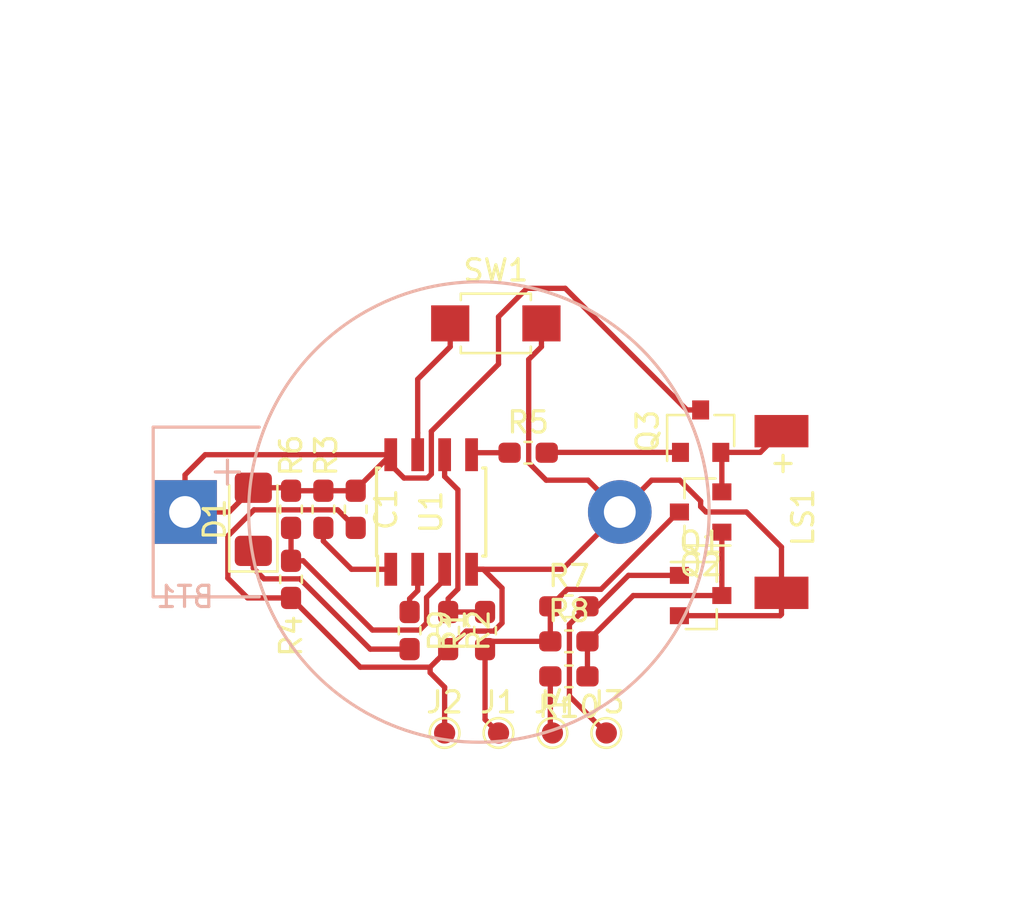
<source format=kicad_pcb>
(kicad_pcb (version 20171130) (host pcbnew 5.0.0-fee4fd1~66~ubuntu18.04.1)

  (general
    (thickness 1.6)
    (drawings 0)
    (tracks 124)
    (zones 0)
    (modules 23)
    (nets 16)
  )

  (page A4)
  (layers
    (0 F.Cu signal)
    (31 B.Cu signal)
    (32 B.Adhes user)
    (33 F.Adhes user)
    (34 B.Paste user)
    (35 F.Paste user)
    (36 B.SilkS user)
    (37 F.SilkS user)
    (38 B.Mask user)
    (39 F.Mask user)
    (40 Dwgs.User user)
    (41 Cmts.User user)
    (42 Eco1.User user)
    (43 Eco2.User user)
    (44 Edge.Cuts user)
    (45 Margin user)
    (46 B.CrtYd user)
    (47 F.CrtYd user)
    (48 B.Fab user)
    (49 F.Fab user)
  )

  (setup
    (last_trace_width 0.25)
    (trace_clearance 0.2)
    (zone_clearance 0.508)
    (zone_45_only no)
    (trace_min 0.2)
    (segment_width 0.2)
    (edge_width 0.1)
    (via_size 0.8)
    (via_drill 0.4)
    (via_min_size 0.4)
    (via_min_drill 0.3)
    (uvia_size 0.3)
    (uvia_drill 0.1)
    (uvias_allowed no)
    (uvia_min_size 0.2)
    (uvia_min_drill 0.1)
    (pcb_text_width 0.3)
    (pcb_text_size 1.5 1.5)
    (mod_edge_width 0.15)
    (mod_text_size 1 1)
    (mod_text_width 0.15)
    (pad_size 1.5 1.5)
    (pad_drill 0.6)
    (pad_to_mask_clearance 0)
    (aux_axis_origin 0 0)
    (visible_elements FFFFFF7F)
    (pcbplotparams
      (layerselection 0x010fc_ffffffff)
      (usegerberextensions false)
      (usegerberattributes false)
      (usegerberadvancedattributes false)
      (creategerberjobfile false)
      (excludeedgelayer true)
      (linewidth 0.100000)
      (plotframeref false)
      (viasonmask false)
      (mode 1)
      (useauxorigin false)
      (hpglpennumber 1)
      (hpglpenspeed 20)
      (hpglpendiameter 15.000000)
      (psnegative false)
      (psa4output false)
      (plotreference true)
      (plotvalue true)
      (plotinvisibletext false)
      (padsonsilk false)
      (subtractmaskfromsilk false)
      (outputformat 1)
      (mirror false)
      (drillshape 1)
      (scaleselection 1)
      (outputdirectory ""))
  )

  (net 0 "")
  (net 1 GND)
  (net 2 +BATT)
  (net 3 "Net-(D1-Pad1)")
  (net 4 +5V)
  (net 5 "Net-(J3-Pad1)")
  (net 6 "Net-(J4-Pad1)")
  (net 7 /Speaker)
  (net 8 "Net-(Q1-Pad3)")
  (net 9 /Beeper)
  (net 10 /Sense)
  (net 11 /Batt-Sense)
  (net 12 "Net-(R5-Pad1)")
  (net 13 "Net-(R6-Pad1)")
  (net 14 /LED)
  (net 15 /Button)

  (net_class Default "This is the default net class."
    (clearance 0.2)
    (trace_width 0.25)
    (via_dia 0.8)
    (via_drill 0.4)
    (uvia_dia 0.3)
    (uvia_drill 0.1)
    (add_net +5V)
    (add_net +BATT)
    (add_net /Batt-Sense)
    (add_net /Beeper)
    (add_net /Button)
    (add_net /LED)
    (add_net /Sense)
    (add_net /Speaker)
    (add_net GND)
    (add_net "Net-(D1-Pad1)")
    (add_net "Net-(J3-Pad1)")
    (add_net "Net-(J4-Pad1)")
    (add_net "Net-(Q1-Pad3)")
    (add_net "Net-(R5-Pad1)")
    (add_net "Net-(R6-Pad1)")
  )

  (module Battery:BatteryHolder_Keystone_104_1x23mm (layer B.Cu) (tedit 5B6F6F73) (tstamp 5BA185A0)
    (at 105.24 77.47)
    (descr http://www.keyelco.com/product-pdf.cfm?p=744)
    (tags "Keystone type 104 battery holder")
    (path /5B4E4967)
    (fp_text reference BT1 (at 0 4) (layer B.SilkS)
      (effects (font (size 1 1) (thickness 0.15)) (justify mirror))
    )
    (fp_text value Battery_Cell (at 15 -14) (layer B.Fab)
      (effects (font (size 1 1) (thickness 0.15)) (justify mirror))
    )
    (fp_text user + (at 2 -2) (layer B.SilkS)
      (effects (font (size 1.5 1.5) (thickness 0.15)) (justify mirror))
    )
    (fp_text user %R (at 0 0) (layer B.Fab)
      (effects (font (size 1 1) (thickness 0.15)) (justify mirror))
    )
    (fp_line (start 0 1.3) (end 0 -1.3) (layer B.Fab) (width 0.1))
    (fp_circle (center 13.85 0) (end 24.7 0) (layer B.SilkS) (width 0.15))
    (fp_line (start -1.5 0) (end -1.5 -4) (layer B.SilkS) (width 0.15))
    (fp_line (start -1.5 -4) (end 3.5 -4) (layer B.SilkS) (width 0.15))
    (fp_line (start -1.5 0) (end -1.5 4) (layer B.SilkS) (width 0.15))
    (fp_line (start -1.5 4) (end 3.5 4) (layer B.SilkS) (width 0.15))
    (pad 2 thru_hole circle (at 20.49 0) (size 3 3) (drill 1.5) (layers *.Cu *.Mask)
      (net 1 GND))
    (pad 1 thru_hole rect (at 0 0) (size 3 3) (drill 1.5) (layers *.Cu *.Mask)
      (net 2 +BATT))
    (model ${KISYS3DMOD}/Battery.3dshapes/BatteryHolder_Keystone_104_1x23mm.wrl
      (at (xyz 0 0 0))
      (scale (xyz 1 1 1))
      (rotate (xyz 0 0 0))
    )
  )

  (module LED_SMD:LED_1206_3216Metric_Pad1.42x1.75mm_HandSolder (layer F.Cu) (tedit 5B4B45C9) (tstamp 5BA185C4)
    (at 108.458 77.8145 90)
    (descr "LED SMD 1206 (3216 Metric), square (rectangular) end terminal, IPC_7351 nominal, (Body size source: http://www.tortai-tech.com/upload/download/2011102023233369053.pdf), generated with kicad-footprint-generator")
    (tags "LED handsolder")
    (path /5B4E7C9C)
    (attr smd)
    (fp_text reference D1 (at 0 -1.82 90) (layer F.SilkS)
      (effects (font (size 1 1) (thickness 0.15)))
    )
    (fp_text value LED (at 3.6465 0.127 90) (layer F.Fab)
      (effects (font (size 1 1) (thickness 0.15)))
    )
    (fp_line (start 1.6 -0.8) (end -1.2 -0.8) (layer F.Fab) (width 0.1))
    (fp_line (start -1.2 -0.8) (end -1.6 -0.4) (layer F.Fab) (width 0.1))
    (fp_line (start -1.6 -0.4) (end -1.6 0.8) (layer F.Fab) (width 0.1))
    (fp_line (start -1.6 0.8) (end 1.6 0.8) (layer F.Fab) (width 0.1))
    (fp_line (start 1.6 0.8) (end 1.6 -0.8) (layer F.Fab) (width 0.1))
    (fp_line (start 1.6 -1.135) (end -2.46 -1.135) (layer F.SilkS) (width 0.12))
    (fp_line (start -2.46 -1.135) (end -2.46 1.135) (layer F.SilkS) (width 0.12))
    (fp_line (start -2.46 1.135) (end 1.6 1.135) (layer F.SilkS) (width 0.12))
    (fp_line (start -2.45 1.12) (end -2.45 -1.12) (layer F.CrtYd) (width 0.05))
    (fp_line (start -2.45 -1.12) (end 2.45 -1.12) (layer F.CrtYd) (width 0.05))
    (fp_line (start 2.45 -1.12) (end 2.45 1.12) (layer F.CrtYd) (width 0.05))
    (fp_line (start 2.45 1.12) (end -2.45 1.12) (layer F.CrtYd) (width 0.05))
    (fp_text user %R (at 0 0 90) (layer F.Fab)
      (effects (font (size 0.8 0.8) (thickness 0.12)))
    )
    (pad 1 smd roundrect (at -1.4875 0 90) (size 1.425 1.75) (layers F.Cu F.Paste F.Mask) (roundrect_rratio 0.175439)
      (net 3 "Net-(D1-Pad1)"))
    (pad 2 smd roundrect (at 1.4875 0 90) (size 1.425 1.75) (layers F.Cu F.Paste F.Mask) (roundrect_rratio 0.175439)
      (net 2 +BATT))
    (model ${KISYS3DMOD}/LED_SMD.3dshapes/LED_1206_3216Metric.wrl
      (at (xyz 0 0 0))
      (scale (xyz 1 1 1))
      (rotate (xyz 0 0 0))
    )
  )

  (module TestPoint:TestPoint_Pad_D1.0mm (layer F.Cu) (tedit 5A0F774F) (tstamp 5BA185CC)
    (at 120.015 87.884)
    (descr "SMD pad as test Point, diameter 1.0mm")
    (tags "test point SMD pad")
    (path /5B4E4AE2)
    (attr virtual)
    (fp_text reference J1 (at 0 -1.448) (layer F.SilkS)
      (effects (font (size 1 1) (thickness 0.15)))
    )
    (fp_text value 5V_Copter (at 0 1.55) (layer F.Fab)
      (effects (font (size 1 1) (thickness 0.15)))
    )
    (fp_text user %R (at 0 -1.45) (layer F.Fab)
      (effects (font (size 1 1) (thickness 0.15)))
    )
    (fp_circle (center 0 0) (end 1 0) (layer F.CrtYd) (width 0.05))
    (fp_circle (center 0 0) (end 0 0.7) (layer F.SilkS) (width 0.12))
    (pad 1 smd circle (at 0 0) (size 1 1) (layers F.Cu F.Mask)
      (net 4 +5V))
  )

  (module TestPoint:TestPoint_Pad_D1.0mm (layer F.Cu) (tedit 5A0F774F) (tstamp 5BA185D4)
    (at 117.475 87.884)
    (descr "SMD pad as test Point, diameter 1.0mm")
    (tags "test point SMD pad")
    (path /5B4E4B3B)
    (attr virtual)
    (fp_text reference J2 (at 0 -1.448) (layer F.SilkS)
      (effects (font (size 1 1) (thickness 0.15)))
    )
    (fp_text value Ground (at 0 1.55) (layer F.Fab)
      (effects (font (size 1 1) (thickness 0.15)))
    )
    (fp_circle (center 0 0) (end 0 0.7) (layer F.SilkS) (width 0.12))
    (fp_circle (center 0 0) (end 1 0) (layer F.CrtYd) (width 0.05))
    (fp_text user %R (at 0 -1.45) (layer F.Fab)
      (effects (font (size 1 1) (thickness 0.15)))
    )
    (pad 1 smd circle (at 0 0) (size 1 1) (layers F.Cu F.Mask)
      (net 1 GND))
  )

  (module TestPoint:TestPoint_Pad_D1.0mm (layer F.Cu) (tedit 5A0F774F) (tstamp 5BA185DC)
    (at 125.095 87.884)
    (descr "SMD pad as test Point, diameter 1.0mm")
    (tags "test point SMD pad")
    (path /5B702E44)
    (attr virtual)
    (fp_text reference J3 (at 0 -1.448) (layer F.SilkS)
      (effects (font (size 1 1) (thickness 0.15)))
    )
    (fp_text value FC.Beeper- (at 0 1.55) (layer F.Fab)
      (effects (font (size 1 1) (thickness 0.15)))
    )
    (fp_circle (center 0 0) (end 0 0.7) (layer F.SilkS) (width 0.12))
    (fp_circle (center 0 0) (end 1 0) (layer F.CrtYd) (width 0.05))
    (fp_text user %R (at 0 -1.45) (layer F.Fab)
      (effects (font (size 1 1) (thickness 0.15)))
    )
    (pad 1 smd circle (at 0 0) (size 1 1) (layers F.Cu F.Mask)
      (net 5 "Net-(J3-Pad1)"))
  )

  (module TestPoint:TestPoint_Pad_D1.0mm (layer F.Cu) (tedit 5A0F774F) (tstamp 5BA185E4)
    (at 122.555 87.884)
    (descr "SMD pad as test Point, diameter 1.0mm")
    (tags "test point SMD pad")
    (path /5B714FFC)
    (attr virtual)
    (fp_text reference J4 (at 0 -1.448) (layer F.SilkS)
      (effects (font (size 1 1) (thickness 0.15)))
    )
    (fp_text value FC.Beeper+ (at 0 1.55) (layer F.Fab)
      (effects (font (size 1 1) (thickness 0.15)))
    )
    (fp_text user %R (at 0 -1.45) (layer F.Fab)
      (effects (font (size 1 1) (thickness 0.15)))
    )
    (fp_circle (center 0 0) (end 1 0) (layer F.CrtYd) (width 0.05))
    (fp_circle (center 0 0) (end 0 0.7) (layer F.SilkS) (width 0.12))
    (pad 1 smd circle (at 0 0) (size 1 1) (layers F.Cu F.Mask)
      (net 6 "Net-(J4-Pad1)"))
  )

  (module custom:Beeper (layer F.Cu) (tedit 5B6F63FA) (tstamp 5BA185EB)
    (at 133.35 77.47 90)
    (path /5B4E769C)
    (fp_text reference LS1 (at -0.254 1.016 90) (layer F.SilkS)
      (effects (font (size 1 1) (thickness 0.15)))
    )
    (fp_text value Speaker (at 0 -1.016 90) (layer F.Fab)
      (effects (font (size 1 1) (thickness 0.15)))
    )
    (fp_text user + (at 2.286 0 90) (layer F.SilkS)
      (effects (font (size 1 1) (thickness 0.15)))
    )
    (pad 1 smd rect (at 3.81 0 90) (size 1.524 2.54) (layers F.Cu F.Paste F.Mask)
      (net 7 /Speaker))
    (pad 2 smd rect (at -3.81 0 90) (size 1.524 2.54) (layers F.Cu F.Paste F.Mask)
      (net 1 GND))
  )

  (module Package_TO_SOT_SMD:SOT-23 (layer F.Cu) (tedit 5A02FF57) (tstamp 5BA18600)
    (at 129.54 81.407)
    (descr "SOT-23, Standard")
    (tags SOT-23)
    (path /5B701CC6)
    (attr smd)
    (fp_text reference Q1 (at 0 -2.5) (layer F.SilkS)
      (effects (font (size 1 1) (thickness 0.15)))
    )
    (fp_text value MMBT3904 (at 0 2.5) (layer F.Fab)
      (effects (font (size 1 1) (thickness 0.15)))
    )
    (fp_text user %R (at 0 0 90) (layer F.Fab)
      (effects (font (size 0.5 0.5) (thickness 0.075)))
    )
    (fp_line (start -0.7 -0.95) (end -0.7 1.5) (layer F.Fab) (width 0.1))
    (fp_line (start -0.15 -1.52) (end 0.7 -1.52) (layer F.Fab) (width 0.1))
    (fp_line (start -0.7 -0.95) (end -0.15 -1.52) (layer F.Fab) (width 0.1))
    (fp_line (start 0.7 -1.52) (end 0.7 1.52) (layer F.Fab) (width 0.1))
    (fp_line (start -0.7 1.52) (end 0.7 1.52) (layer F.Fab) (width 0.1))
    (fp_line (start 0.76 1.58) (end 0.76 0.65) (layer F.SilkS) (width 0.12))
    (fp_line (start 0.76 -1.58) (end 0.76 -0.65) (layer F.SilkS) (width 0.12))
    (fp_line (start -1.7 -1.75) (end 1.7 -1.75) (layer F.CrtYd) (width 0.05))
    (fp_line (start 1.7 -1.75) (end 1.7 1.75) (layer F.CrtYd) (width 0.05))
    (fp_line (start 1.7 1.75) (end -1.7 1.75) (layer F.CrtYd) (width 0.05))
    (fp_line (start -1.7 1.75) (end -1.7 -1.75) (layer F.CrtYd) (width 0.05))
    (fp_line (start 0.76 -1.58) (end -1.4 -1.58) (layer F.SilkS) (width 0.12))
    (fp_line (start 0.76 1.58) (end -0.7 1.58) (layer F.SilkS) (width 0.12))
    (pad 1 smd rect (at -1 -0.95) (size 0.9 0.8) (layers F.Cu F.Paste F.Mask)
      (net 5 "Net-(J3-Pad1)"))
    (pad 2 smd rect (at -1 0.95) (size 0.9 0.8) (layers F.Cu F.Paste F.Mask)
      (net 1 GND))
    (pad 3 smd rect (at 1 0) (size 0.9 0.8) (layers F.Cu F.Paste F.Mask)
      (net 8 "Net-(Q1-Pad3)"))
    (model ${KISYS3DMOD}/Package_TO_SOT_SMD.3dshapes/SOT-23.wrl
      (at (xyz 0 0 0))
      (scale (xyz 1 1 1))
      (rotate (xyz 0 0 0))
    )
  )

  (module Package_TO_SOT_SMD:SOT-23 (layer F.Cu) (tedit 5A02FF57) (tstamp 5BA18615)
    (at 129.54 77.47 180)
    (descr "SOT-23, Standard")
    (tags SOT-23)
    (path /5B7175B6)
    (attr smd)
    (fp_text reference Q2 (at 0 -2.5 180) (layer F.SilkS)
      (effects (font (size 1 1) (thickness 0.15)))
    )
    (fp_text value MMBT3904 (at 0 2.5 180) (layer F.Fab)
      (effects (font (size 1 1) (thickness 0.15)))
    )
    (fp_text user %R (at 0 0 270) (layer F.Fab)
      (effects (font (size 0.5 0.5) (thickness 0.075)))
    )
    (fp_line (start -0.7 -0.95) (end -0.7 1.5) (layer F.Fab) (width 0.1))
    (fp_line (start -0.15 -1.52) (end 0.7 -1.52) (layer F.Fab) (width 0.1))
    (fp_line (start -0.7 -0.95) (end -0.15 -1.52) (layer F.Fab) (width 0.1))
    (fp_line (start 0.7 -1.52) (end 0.7 1.52) (layer F.Fab) (width 0.1))
    (fp_line (start -0.7 1.52) (end 0.7 1.52) (layer F.Fab) (width 0.1))
    (fp_line (start 0.76 1.58) (end 0.76 0.65) (layer F.SilkS) (width 0.12))
    (fp_line (start 0.76 -1.58) (end 0.76 -0.65) (layer F.SilkS) (width 0.12))
    (fp_line (start -1.7 -1.75) (end 1.7 -1.75) (layer F.CrtYd) (width 0.05))
    (fp_line (start 1.7 -1.75) (end 1.7 1.75) (layer F.CrtYd) (width 0.05))
    (fp_line (start 1.7 1.75) (end -1.7 1.75) (layer F.CrtYd) (width 0.05))
    (fp_line (start -1.7 1.75) (end -1.7 -1.75) (layer F.CrtYd) (width 0.05))
    (fp_line (start 0.76 -1.58) (end -1.4 -1.58) (layer F.SilkS) (width 0.12))
    (fp_line (start 0.76 1.58) (end -0.7 1.58) (layer F.SilkS) (width 0.12))
    (pad 1 smd rect (at -1 -0.95 180) (size 0.9 0.8) (layers F.Cu F.Paste F.Mask)
      (net 8 "Net-(Q1-Pad3)"))
    (pad 2 smd rect (at -1 0.95 180) (size 0.9 0.8) (layers F.Cu F.Paste F.Mask)
      (net 7 /Speaker))
    (pad 3 smd rect (at 1 0 180) (size 0.9 0.8) (layers F.Cu F.Paste F.Mask)
      (net 4 +5V))
    (model ${KISYS3DMOD}/Package_TO_SOT_SMD.3dshapes/SOT-23.wrl
      (at (xyz 0 0 0))
      (scale (xyz 1 1 1))
      (rotate (xyz 0 0 0))
    )
  )

  (module Package_TO_SOT_SMD:SOT-23 (layer F.Cu) (tedit 5A02FF57) (tstamp 5BA1862A)
    (at 129.54 73.66 90)
    (descr "SOT-23, Standard")
    (tags SOT-23)
    (path /5B4E64B4)
    (attr smd)
    (fp_text reference Q3 (at 0 -2.5 90) (layer F.SilkS)
      (effects (font (size 1 1) (thickness 0.15)))
    )
    (fp_text value MMBT3904 (at 0 2.5 90) (layer F.Fab)
      (effects (font (size 1 1) (thickness 0.15)))
    )
    (fp_line (start 0.76 1.58) (end -0.7 1.58) (layer F.SilkS) (width 0.12))
    (fp_line (start 0.76 -1.58) (end -1.4 -1.58) (layer F.SilkS) (width 0.12))
    (fp_line (start -1.7 1.75) (end -1.7 -1.75) (layer F.CrtYd) (width 0.05))
    (fp_line (start 1.7 1.75) (end -1.7 1.75) (layer F.CrtYd) (width 0.05))
    (fp_line (start 1.7 -1.75) (end 1.7 1.75) (layer F.CrtYd) (width 0.05))
    (fp_line (start -1.7 -1.75) (end 1.7 -1.75) (layer F.CrtYd) (width 0.05))
    (fp_line (start 0.76 -1.58) (end 0.76 -0.65) (layer F.SilkS) (width 0.12))
    (fp_line (start 0.76 1.58) (end 0.76 0.65) (layer F.SilkS) (width 0.12))
    (fp_line (start -0.7 1.52) (end 0.7 1.52) (layer F.Fab) (width 0.1))
    (fp_line (start 0.7 -1.52) (end 0.7 1.52) (layer F.Fab) (width 0.1))
    (fp_line (start -0.7 -0.95) (end -0.15 -1.52) (layer F.Fab) (width 0.1))
    (fp_line (start -0.15 -1.52) (end 0.7 -1.52) (layer F.Fab) (width 0.1))
    (fp_line (start -0.7 -0.95) (end -0.7 1.5) (layer F.Fab) (width 0.1))
    (fp_text user %R (at 0 0 180) (layer F.Fab)
      (effects (font (size 0.5 0.5) (thickness 0.075)))
    )
    (pad 3 smd rect (at 1 0 90) (size 0.9 0.8) (layers F.Cu F.Paste F.Mask)
      (net 2 +BATT))
    (pad 2 smd rect (at -1 0.95 90) (size 0.9 0.8) (layers F.Cu F.Paste F.Mask)
      (net 7 /Speaker))
    (pad 1 smd rect (at -1 -0.95 90) (size 0.9 0.8) (layers F.Cu F.Paste F.Mask)
      (net 9 /Beeper))
    (model ${KISYS3DMOD}/Package_TO_SOT_SMD.3dshapes/SOT-23.wrl
      (at (xyz 0 0 0))
      (scale (xyz 1 1 1))
      (rotate (xyz 0 0 0))
    )
  )

  (module Resistor_SMD:R_0603_1608Metric_Pad1.05x0.95mm_HandSolder (layer F.Cu) (tedit 5B301BBD) (tstamp 5BA1863B)
    (at 119.38 83.058 90)
    (descr "Resistor SMD 0603 (1608 Metric), square (rectangular) end terminal, IPC_7351 nominal with elongated pad for handsoldering. (Body size source: http://www.tortai-tech.com/upload/download/2011102023233369053.pdf), generated with kicad-footprint-generator")
    (tags "resistor handsolder")
    (path /5B4F1597)
    (attr smd)
    (fp_text reference R1 (at 0 -1.43 90) (layer F.SilkS)
      (effects (font (size 1 1) (thickness 0.15)))
    )
    (fp_text value 5k (at 0 1.43 90) (layer F.Fab)
      (effects (font (size 1 1) (thickness 0.15)))
    )
    (fp_line (start -0.8 0.4) (end -0.8 -0.4) (layer F.Fab) (width 0.1))
    (fp_line (start -0.8 -0.4) (end 0.8 -0.4) (layer F.Fab) (width 0.1))
    (fp_line (start 0.8 -0.4) (end 0.8 0.4) (layer F.Fab) (width 0.1))
    (fp_line (start 0.8 0.4) (end -0.8 0.4) (layer F.Fab) (width 0.1))
    (fp_line (start -0.171267 -0.51) (end 0.171267 -0.51) (layer F.SilkS) (width 0.12))
    (fp_line (start -0.171267 0.51) (end 0.171267 0.51) (layer F.SilkS) (width 0.12))
    (fp_line (start -1.65 0.73) (end -1.65 -0.73) (layer F.CrtYd) (width 0.05))
    (fp_line (start -1.65 -0.73) (end 1.65 -0.73) (layer F.CrtYd) (width 0.05))
    (fp_line (start 1.65 -0.73) (end 1.65 0.73) (layer F.CrtYd) (width 0.05))
    (fp_line (start 1.65 0.73) (end -1.65 0.73) (layer F.CrtYd) (width 0.05))
    (fp_text user %R (at 0 0 90) (layer F.Fab)
      (effects (font (size 0.4 0.4) (thickness 0.06)))
    )
    (pad 1 smd roundrect (at -0.875 0 90) (size 1.05 0.95) (layers F.Cu F.Paste F.Mask) (roundrect_rratio 0.25)
      (net 4 +5V))
    (pad 2 smd roundrect (at 0.875 0 90) (size 1.05 0.95) (layers F.Cu F.Paste F.Mask) (roundrect_rratio 0.25)
      (net 10 /Sense))
    (model ${KISYS3DMOD}/Resistor_SMD.3dshapes/R_0603_1608Metric.wrl
      (at (xyz 0 0 0))
      (scale (xyz 1 1 1))
      (rotate (xyz 0 0 0))
    )
  )

  (module Resistor_SMD:R_0603_1608Metric_Pad1.05x0.95mm_HandSolder (layer F.Cu) (tedit 5B301BBD) (tstamp 5BA1864C)
    (at 117.641128 83.058 270)
    (descr "Resistor SMD 0603 (1608 Metric), square (rectangular) end terminal, IPC_7351 nominal with elongated pad for handsoldering. (Body size source: http://www.tortai-tech.com/upload/download/2011102023233369053.pdf), generated with kicad-footprint-generator")
    (tags "resistor handsolder")
    (path /5B4F14F2)
    (attr smd)
    (fp_text reference R2 (at 0 -1.43 270) (layer F.SilkS)
      (effects (font (size 1 1) (thickness 0.15)))
    )
    (fp_text value 10k (at 0 1.43 270) (layer F.Fab)
      (effects (font (size 1 1) (thickness 0.15)))
    )
    (fp_text user %R (at 0 0 270) (layer F.Fab)
      (effects (font (size 0.4 0.4) (thickness 0.06)))
    )
    (fp_line (start 1.65 0.73) (end -1.65 0.73) (layer F.CrtYd) (width 0.05))
    (fp_line (start 1.65 -0.73) (end 1.65 0.73) (layer F.CrtYd) (width 0.05))
    (fp_line (start -1.65 -0.73) (end 1.65 -0.73) (layer F.CrtYd) (width 0.05))
    (fp_line (start -1.65 0.73) (end -1.65 -0.73) (layer F.CrtYd) (width 0.05))
    (fp_line (start -0.171267 0.51) (end 0.171267 0.51) (layer F.SilkS) (width 0.12))
    (fp_line (start -0.171267 -0.51) (end 0.171267 -0.51) (layer F.SilkS) (width 0.12))
    (fp_line (start 0.8 0.4) (end -0.8 0.4) (layer F.Fab) (width 0.1))
    (fp_line (start 0.8 -0.4) (end 0.8 0.4) (layer F.Fab) (width 0.1))
    (fp_line (start -0.8 -0.4) (end 0.8 -0.4) (layer F.Fab) (width 0.1))
    (fp_line (start -0.8 0.4) (end -0.8 -0.4) (layer F.Fab) (width 0.1))
    (pad 2 smd roundrect (at 0.875 0 270) (size 1.05 0.95) (layers F.Cu F.Paste F.Mask) (roundrect_rratio 0.25)
      (net 1 GND))
    (pad 1 smd roundrect (at -0.875 0 270) (size 1.05 0.95) (layers F.Cu F.Paste F.Mask) (roundrect_rratio 0.25)
      (net 10 /Sense))
    (model ${KISYS3DMOD}/Resistor_SMD.3dshapes/R_0603_1608Metric.wrl
      (at (xyz 0 0 0))
      (scale (xyz 1 1 1))
      (rotate (xyz 0 0 0))
    )
  )

  (module Resistor_SMD:R_0603_1608Metric_Pad1.05x0.95mm_HandSolder (layer F.Cu) (tedit 5B301BBD) (tstamp 5BA1865D)
    (at 110.236 77.343 270)
    (descr "Resistor SMD 0603 (1608 Metric), square (rectangular) end terminal, IPC_7351 nominal with elongated pad for handsoldering. (Body size source: http://www.tortai-tech.com/upload/download/2011102023233369053.pdf), generated with kicad-footprint-generator")
    (tags "resistor handsolder")
    (path /5B71AB33)
    (attr smd)
    (fp_text reference R3 (at -2.54 -1.651 270) (layer F.SilkS)
      (effects (font (size 1 1) (thickness 0.15)))
    )
    (fp_text value 10k (at 0 1.43 270) (layer F.Fab)
      (effects (font (size 1 1) (thickness 0.15)))
    )
    (fp_line (start -0.8 0.4) (end -0.8 -0.4) (layer F.Fab) (width 0.1))
    (fp_line (start -0.8 -0.4) (end 0.8 -0.4) (layer F.Fab) (width 0.1))
    (fp_line (start 0.8 -0.4) (end 0.8 0.4) (layer F.Fab) (width 0.1))
    (fp_line (start 0.8 0.4) (end -0.8 0.4) (layer F.Fab) (width 0.1))
    (fp_line (start -0.171267 -0.51) (end 0.171267 -0.51) (layer F.SilkS) (width 0.12))
    (fp_line (start -0.171267 0.51) (end 0.171267 0.51) (layer F.SilkS) (width 0.12))
    (fp_line (start -1.65 0.73) (end -1.65 -0.73) (layer F.CrtYd) (width 0.05))
    (fp_line (start -1.65 -0.73) (end 1.65 -0.73) (layer F.CrtYd) (width 0.05))
    (fp_line (start 1.65 -0.73) (end 1.65 0.73) (layer F.CrtYd) (width 0.05))
    (fp_line (start 1.65 0.73) (end -1.65 0.73) (layer F.CrtYd) (width 0.05))
    (fp_text user %R (at 0 0 270) (layer F.Fab)
      (effects (font (size 0.4 0.4) (thickness 0.06)))
    )
    (pad 1 smd roundrect (at -0.875 0 270) (size 1.05 0.95) (layers F.Cu F.Paste F.Mask) (roundrect_rratio 0.25)
      (net 2 +BATT))
    (pad 2 smd roundrect (at 0.875 0 270) (size 1.05 0.95) (layers F.Cu F.Paste F.Mask) (roundrect_rratio 0.25)
      (net 11 /Batt-Sense))
    (model ${KISYS3DMOD}/Resistor_SMD.3dshapes/R_0603_1608Metric.wrl
      (at (xyz 0 0 0))
      (scale (xyz 1 1 1))
      (rotate (xyz 0 0 0))
    )
  )

  (module Resistor_SMD:R_0603_1608Metric_Pad1.05x0.95mm_HandSolder (layer F.Cu) (tedit 5B301BBD) (tstamp 5BA1866E)
    (at 110.236 80.645 270)
    (descr "Resistor SMD 0603 (1608 Metric), square (rectangular) end terminal, IPC_7351 nominal with elongated pad for handsoldering. (Body size source: http://www.tortai-tech.com/upload/download/2011102023233369053.pdf), generated with kicad-footprint-generator")
    (tags "resistor handsolder")
    (path /5B71AB3A)
    (attr smd)
    (fp_text reference R4 (at 2.667 0 270) (layer F.SilkS)
      (effects (font (size 1 1) (thickness 0.15)))
    )
    (fp_text value 5k (at 0 1.43 270) (layer F.Fab)
      (effects (font (size 1 1) (thickness 0.15)))
    )
    (fp_text user %R (at 0 0 270) (layer F.Fab)
      (effects (font (size 0.4 0.4) (thickness 0.06)))
    )
    (fp_line (start 1.65 0.73) (end -1.65 0.73) (layer F.CrtYd) (width 0.05))
    (fp_line (start 1.65 -0.73) (end 1.65 0.73) (layer F.CrtYd) (width 0.05))
    (fp_line (start -1.65 -0.73) (end 1.65 -0.73) (layer F.CrtYd) (width 0.05))
    (fp_line (start -1.65 0.73) (end -1.65 -0.73) (layer F.CrtYd) (width 0.05))
    (fp_line (start -0.171267 0.51) (end 0.171267 0.51) (layer F.SilkS) (width 0.12))
    (fp_line (start -0.171267 -0.51) (end 0.171267 -0.51) (layer F.SilkS) (width 0.12))
    (fp_line (start 0.8 0.4) (end -0.8 0.4) (layer F.Fab) (width 0.1))
    (fp_line (start 0.8 -0.4) (end 0.8 0.4) (layer F.Fab) (width 0.1))
    (fp_line (start -0.8 -0.4) (end 0.8 -0.4) (layer F.Fab) (width 0.1))
    (fp_line (start -0.8 0.4) (end -0.8 -0.4) (layer F.Fab) (width 0.1))
    (pad 2 smd roundrect (at 0.875 0 270) (size 1.05 0.95) (layers F.Cu F.Paste F.Mask) (roundrect_rratio 0.25)
      (net 1 GND))
    (pad 1 smd roundrect (at -0.875 0 270) (size 1.05 0.95) (layers F.Cu F.Paste F.Mask) (roundrect_rratio 0.25)
      (net 11 /Batt-Sense))
    (model ${KISYS3DMOD}/Resistor_SMD.3dshapes/R_0603_1608Metric.wrl
      (at (xyz 0 0 0))
      (scale (xyz 1 1 1))
      (rotate (xyz 0 0 0))
    )
  )

  (module Resistor_SMD:R_0603_1608Metric_Pad1.05x0.95mm_HandSolder (layer F.Cu) (tedit 5B301BBD) (tstamp 5BA1867F)
    (at 121.412 74.676)
    (descr "Resistor SMD 0603 (1608 Metric), square (rectangular) end terminal, IPC_7351 nominal with elongated pad for handsoldering. (Body size source: http://www.tortai-tech.com/upload/download/2011102023233369053.pdf), generated with kicad-footprint-generator")
    (tags "resistor handsolder")
    (path /5B4E70A9)
    (attr smd)
    (fp_text reference R5 (at 0 -1.43) (layer F.SilkS)
      (effects (font (size 1 1) (thickness 0.15)))
    )
    (fp_text value 330 (at 0 1.43) (layer F.Fab)
      (effects (font (size 1 1) (thickness 0.15)))
    )
    (fp_text user %R (at 0 0) (layer F.Fab)
      (effects (font (size 0.4 0.4) (thickness 0.06)))
    )
    (fp_line (start 1.65 0.73) (end -1.65 0.73) (layer F.CrtYd) (width 0.05))
    (fp_line (start 1.65 -0.73) (end 1.65 0.73) (layer F.CrtYd) (width 0.05))
    (fp_line (start -1.65 -0.73) (end 1.65 -0.73) (layer F.CrtYd) (width 0.05))
    (fp_line (start -1.65 0.73) (end -1.65 -0.73) (layer F.CrtYd) (width 0.05))
    (fp_line (start -0.171267 0.51) (end 0.171267 0.51) (layer F.SilkS) (width 0.12))
    (fp_line (start -0.171267 -0.51) (end 0.171267 -0.51) (layer F.SilkS) (width 0.12))
    (fp_line (start 0.8 0.4) (end -0.8 0.4) (layer F.Fab) (width 0.1))
    (fp_line (start 0.8 -0.4) (end 0.8 0.4) (layer F.Fab) (width 0.1))
    (fp_line (start -0.8 -0.4) (end 0.8 -0.4) (layer F.Fab) (width 0.1))
    (fp_line (start -0.8 0.4) (end -0.8 -0.4) (layer F.Fab) (width 0.1))
    (pad 2 smd roundrect (at 0.875 0) (size 1.05 0.95) (layers F.Cu F.Paste F.Mask) (roundrect_rratio 0.25)
      (net 9 /Beeper))
    (pad 1 smd roundrect (at -0.875 0) (size 1.05 0.95) (layers F.Cu F.Paste F.Mask) (roundrect_rratio 0.25)
      (net 12 "Net-(R5-Pad1)"))
    (model ${KISYS3DMOD}/Resistor_SMD.3dshapes/R_0603_1608Metric.wrl
      (at (xyz 0 0 0))
      (scale (xyz 1 1 1))
      (rotate (xyz 0 0 0))
    )
  )

  (module Resistor_SMD:R_0603_1608Metric_Pad1.05x0.95mm_HandSolder (layer F.Cu) (tedit 5B301BBD) (tstamp 5BA18690)
    (at 111.76 77.343 90)
    (descr "Resistor SMD 0603 (1608 Metric), square (rectangular) end terminal, IPC_7351 nominal with elongated pad for handsoldering. (Body size source: http://www.tortai-tech.com/upload/download/2011102023233369053.pdf), generated with kicad-footprint-generator")
    (tags "resistor handsolder")
    (path /5B4EE3F9)
    (attr smd)
    (fp_text reference R6 (at 2.54 -1.524 90) (layer F.SilkS)
      (effects (font (size 1 1) (thickness 0.15)))
    )
    (fp_text value 10k (at 0 1.43 90) (layer F.Fab)
      (effects (font (size 1 1) (thickness 0.15)))
    )
    (fp_line (start -0.8 0.4) (end -0.8 -0.4) (layer F.Fab) (width 0.1))
    (fp_line (start -0.8 -0.4) (end 0.8 -0.4) (layer F.Fab) (width 0.1))
    (fp_line (start 0.8 -0.4) (end 0.8 0.4) (layer F.Fab) (width 0.1))
    (fp_line (start 0.8 0.4) (end -0.8 0.4) (layer F.Fab) (width 0.1))
    (fp_line (start -0.171267 -0.51) (end 0.171267 -0.51) (layer F.SilkS) (width 0.12))
    (fp_line (start -0.171267 0.51) (end 0.171267 0.51) (layer F.SilkS) (width 0.12))
    (fp_line (start -1.65 0.73) (end -1.65 -0.73) (layer F.CrtYd) (width 0.05))
    (fp_line (start -1.65 -0.73) (end 1.65 -0.73) (layer F.CrtYd) (width 0.05))
    (fp_line (start 1.65 -0.73) (end 1.65 0.73) (layer F.CrtYd) (width 0.05))
    (fp_line (start 1.65 0.73) (end -1.65 0.73) (layer F.CrtYd) (width 0.05))
    (fp_text user %R (at 0 0 90) (layer F.Fab)
      (effects (font (size 0.4 0.4) (thickness 0.06)))
    )
    (pad 1 smd roundrect (at -0.875 0 90) (size 1.05 0.95) (layers F.Cu F.Paste F.Mask) (roundrect_rratio 0.25)
      (net 13 "Net-(R6-Pad1)"))
    (pad 2 smd roundrect (at 0.875 0 90) (size 1.05 0.95) (layers F.Cu F.Paste F.Mask) (roundrect_rratio 0.25)
      (net 2 +BATT))
    (model ${KISYS3DMOD}/Resistor_SMD.3dshapes/R_0603_1608Metric.wrl
      (at (xyz 0 0 0))
      (scale (xyz 1 1 1))
      (rotate (xyz 0 0 0))
    )
  )

  (module Resistor_SMD:R_0603_1608Metric_Pad1.05x0.95mm_HandSolder (layer F.Cu) (tedit 5B301BBD) (tstamp 5BA186A1)
    (at 123.331 81.915)
    (descr "Resistor SMD 0603 (1608 Metric), square (rectangular) end terminal, IPC_7351 nominal with elongated pad for handsoldering. (Body size source: http://www.tortai-tech.com/upload/download/2011102023233369053.pdf), generated with kicad-footprint-generator")
    (tags "resistor handsolder")
    (path /5B71004D)
    (attr smd)
    (fp_text reference R7 (at 0 -1.43) (layer F.SilkS)
      (effects (font (size 1 1) (thickness 0.15)))
    )
    (fp_text value 10k (at 0 1.43) (layer F.Fab)
      (effects (font (size 1 1) (thickness 0.15)))
    )
    (fp_line (start -0.8 0.4) (end -0.8 -0.4) (layer F.Fab) (width 0.1))
    (fp_line (start -0.8 -0.4) (end 0.8 -0.4) (layer F.Fab) (width 0.1))
    (fp_line (start 0.8 -0.4) (end 0.8 0.4) (layer F.Fab) (width 0.1))
    (fp_line (start 0.8 0.4) (end -0.8 0.4) (layer F.Fab) (width 0.1))
    (fp_line (start -0.171267 -0.51) (end 0.171267 -0.51) (layer F.SilkS) (width 0.12))
    (fp_line (start -0.171267 0.51) (end 0.171267 0.51) (layer F.SilkS) (width 0.12))
    (fp_line (start -1.65 0.73) (end -1.65 -0.73) (layer F.CrtYd) (width 0.05))
    (fp_line (start -1.65 -0.73) (end 1.65 -0.73) (layer F.CrtYd) (width 0.05))
    (fp_line (start 1.65 -0.73) (end 1.65 0.73) (layer F.CrtYd) (width 0.05))
    (fp_line (start 1.65 0.73) (end -1.65 0.73) (layer F.CrtYd) (width 0.05))
    (fp_text user %R (at 0 0) (layer F.Fab)
      (effects (font (size 0.4 0.4) (thickness 0.06)))
    )
    (pad 1 smd roundrect (at -0.875 0) (size 1.05 0.95) (layers F.Cu F.Paste F.Mask) (roundrect_rratio 0.25)
      (net 4 +5V))
    (pad 2 smd roundrect (at 0.875 0) (size 1.05 0.95) (layers F.Cu F.Paste F.Mask) (roundrect_rratio 0.25)
      (net 5 "Net-(J3-Pad1)"))
    (model ${KISYS3DMOD}/Resistor_SMD.3dshapes/R_0603_1608Metric.wrl
      (at (xyz 0 0 0))
      (scale (xyz 1 1 1))
      (rotate (xyz 0 0 0))
    )
  )

  (module Resistor_SMD:R_0603_1608Metric_Pad1.05x0.95mm_HandSolder (layer F.Cu) (tedit 5B301BBD) (tstamp 5BA186B2)
    (at 123.331 83.566)
    (descr "Resistor SMD 0603 (1608 Metric), square (rectangular) end terminal, IPC_7351 nominal with elongated pad for handsoldering. (Body size source: http://www.tortai-tech.com/upload/download/2011102023233369053.pdf), generated with kicad-footprint-generator")
    (tags "resistor handsolder")
    (path /5B70DB57)
    (attr smd)
    (fp_text reference R8 (at 0 -1.43) (layer F.SilkS)
      (effects (font (size 1 1) (thickness 0.15)))
    )
    (fp_text value 5k (at 0 1.43 180) (layer F.Fab)
      (effects (font (size 1 1) (thickness 0.15)))
    )
    (fp_text user %R (at 0 0) (layer F.Fab)
      (effects (font (size 0.4 0.4) (thickness 0.06)))
    )
    (fp_line (start 1.65 0.73) (end -1.65 0.73) (layer F.CrtYd) (width 0.05))
    (fp_line (start 1.65 -0.73) (end 1.65 0.73) (layer F.CrtYd) (width 0.05))
    (fp_line (start -1.65 -0.73) (end 1.65 -0.73) (layer F.CrtYd) (width 0.05))
    (fp_line (start -1.65 0.73) (end -1.65 -0.73) (layer F.CrtYd) (width 0.05))
    (fp_line (start -0.171267 0.51) (end 0.171267 0.51) (layer F.SilkS) (width 0.12))
    (fp_line (start -0.171267 -0.51) (end 0.171267 -0.51) (layer F.SilkS) (width 0.12))
    (fp_line (start 0.8 0.4) (end -0.8 0.4) (layer F.Fab) (width 0.1))
    (fp_line (start 0.8 -0.4) (end 0.8 0.4) (layer F.Fab) (width 0.1))
    (fp_line (start -0.8 -0.4) (end 0.8 -0.4) (layer F.Fab) (width 0.1))
    (fp_line (start -0.8 0.4) (end -0.8 -0.4) (layer F.Fab) (width 0.1))
    (pad 2 smd roundrect (at 0.875 0) (size 1.05 0.95) (layers F.Cu F.Paste F.Mask) (roundrect_rratio 0.25)
      (net 8 "Net-(Q1-Pad3)"))
    (pad 1 smd roundrect (at -0.875 0) (size 1.05 0.95) (layers F.Cu F.Paste F.Mask) (roundrect_rratio 0.25)
      (net 4 +5V))
    (model ${KISYS3DMOD}/Resistor_SMD.3dshapes/R_0603_1608Metric.wrl
      (at (xyz 0 0 0))
      (scale (xyz 1 1 1))
      (rotate (xyz 0 0 0))
    )
  )

  (module Resistor_SMD:R_0603_1608Metric_Pad1.05x0.95mm_HandSolder (layer F.Cu) (tedit 5B301BBD) (tstamp 5BA186C3)
    (at 115.824 83.058 270)
    (descr "Resistor SMD 0603 (1608 Metric), square (rectangular) end terminal, IPC_7351 nominal with elongated pad for handsoldering. (Body size source: http://www.tortai-tech.com/upload/download/2011102023233369053.pdf), generated with kicad-footprint-generator")
    (tags "resistor handsolder")
    (path /5B4E8573)
    (attr smd)
    (fp_text reference R9 (at 0 -1.43 270) (layer F.SilkS)
      (effects (font (size 1 1) (thickness 0.15)))
    )
    (fp_text value 50 (at 0 1.43 270) (layer F.Fab)
      (effects (font (size 1 1) (thickness 0.15)))
    )
    (fp_line (start -0.8 0.4) (end -0.8 -0.4) (layer F.Fab) (width 0.1))
    (fp_line (start -0.8 -0.4) (end 0.8 -0.4) (layer F.Fab) (width 0.1))
    (fp_line (start 0.8 -0.4) (end 0.8 0.4) (layer F.Fab) (width 0.1))
    (fp_line (start 0.8 0.4) (end -0.8 0.4) (layer F.Fab) (width 0.1))
    (fp_line (start -0.171267 -0.51) (end 0.171267 -0.51) (layer F.SilkS) (width 0.12))
    (fp_line (start -0.171267 0.51) (end 0.171267 0.51) (layer F.SilkS) (width 0.12))
    (fp_line (start -1.65 0.73) (end -1.65 -0.73) (layer F.CrtYd) (width 0.05))
    (fp_line (start -1.65 -0.73) (end 1.65 -0.73) (layer F.CrtYd) (width 0.05))
    (fp_line (start 1.65 -0.73) (end 1.65 0.73) (layer F.CrtYd) (width 0.05))
    (fp_line (start 1.65 0.73) (end -1.65 0.73) (layer F.CrtYd) (width 0.05))
    (fp_text user %R (at 0 0 270) (layer F.Fab)
      (effects (font (size 0.4 0.4) (thickness 0.06)))
    )
    (pad 1 smd roundrect (at -0.875 0 270) (size 1.05 0.95) (layers F.Cu F.Paste F.Mask) (roundrect_rratio 0.25)
      (net 14 /LED))
    (pad 2 smd roundrect (at 0.875 0 270) (size 1.05 0.95) (layers F.Cu F.Paste F.Mask) (roundrect_rratio 0.25)
      (net 3 "Net-(D1-Pad1)"))
    (model ${KISYS3DMOD}/Resistor_SMD.3dshapes/R_0603_1608Metric.wrl
      (at (xyz 0 0 0))
      (scale (xyz 1 1 1))
      (rotate (xyz 0 0 0))
    )
  )

  (module Resistor_SMD:R_0603_1608Metric_Pad1.05x0.95mm_HandSolder (layer F.Cu) (tedit 5B301BBD) (tstamp 5BA186D4)
    (at 123.331 85.217 180)
    (descr "Resistor SMD 0603 (1608 Metric), square (rectangular) end terminal, IPC_7351 nominal with elongated pad for handsoldering. (Body size source: http://www.tortai-tech.com/upload/download/2011102023233369053.pdf), generated with kicad-footprint-generator")
    (tags "resistor handsolder")
    (path /5B716BC3)
    (attr smd)
    (fp_text reference R10 (at 0 -1.43 180) (layer F.SilkS)
      (effects (font (size 1 1) (thickness 0.15)))
    )
    (fp_text value 5k (at 0 1.43 180) (layer F.Fab)
      (effects (font (size 1 1) (thickness 0.15)))
    )
    (fp_text user %R (at 0 0 180) (layer F.Fab)
      (effects (font (size 0.4 0.4) (thickness 0.06)))
    )
    (fp_line (start 1.65 0.73) (end -1.65 0.73) (layer F.CrtYd) (width 0.05))
    (fp_line (start 1.65 -0.73) (end 1.65 0.73) (layer F.CrtYd) (width 0.05))
    (fp_line (start -1.65 -0.73) (end 1.65 -0.73) (layer F.CrtYd) (width 0.05))
    (fp_line (start -1.65 0.73) (end -1.65 -0.73) (layer F.CrtYd) (width 0.05))
    (fp_line (start -0.171267 0.51) (end 0.171267 0.51) (layer F.SilkS) (width 0.12))
    (fp_line (start -0.171267 -0.51) (end 0.171267 -0.51) (layer F.SilkS) (width 0.12))
    (fp_line (start 0.8 0.4) (end -0.8 0.4) (layer F.Fab) (width 0.1))
    (fp_line (start 0.8 -0.4) (end 0.8 0.4) (layer F.Fab) (width 0.1))
    (fp_line (start -0.8 -0.4) (end 0.8 -0.4) (layer F.Fab) (width 0.1))
    (fp_line (start -0.8 0.4) (end -0.8 -0.4) (layer F.Fab) (width 0.1))
    (pad 2 smd roundrect (at 0.875 0 180) (size 1.05 0.95) (layers F.Cu F.Paste F.Mask) (roundrect_rratio 0.25)
      (net 6 "Net-(J4-Pad1)"))
    (pad 1 smd roundrect (at -0.875 0 180) (size 1.05 0.95) (layers F.Cu F.Paste F.Mask) (roundrect_rratio 0.25)
      (net 8 "Net-(Q1-Pad3)"))
    (model ${KISYS3DMOD}/Resistor_SMD.3dshapes/R_0603_1608Metric.wrl
      (at (xyz 0 0 0))
      (scale (xyz 1 1 1))
      (rotate (xyz 0 0 0))
    )
  )

  (module custom:SW_SPST_B3U-1000P (layer F.Cu) (tedit 5B4F3F08) (tstamp 5BA186EA)
    (at 119.888 68.58)
    (descr "Ultra-small-sized Tactile Switch with High Contact Reliability, Top-actuated Model, without Ground Terminal, without Boss")
    (tags "Tactile Switch")
    (path /5B4E9B5A)
    (attr smd)
    (fp_text reference SW1 (at 0 -2.5) (layer F.SilkS)
      (effects (font (size 1 1) (thickness 0.15)))
    )
    (fp_text value SW_Push (at 0 2.5) (layer F.Fab)
      (effects (font (size 1 1) (thickness 0.15)))
    )
    (fp_text user %R (at 0 -2.5) (layer F.Fab)
      (effects (font (size 1 1) (thickness 0.15)))
    )
    (fp_line (start -2.4 1.65) (end 2.4 1.65) (layer F.CrtYd) (width 0.05))
    (fp_line (start 2.4 1.65) (end 2.4 -1.65) (layer F.CrtYd) (width 0.05))
    (fp_line (start 2.4 -1.65) (end -2.4 -1.65) (layer F.CrtYd) (width 0.05))
    (fp_line (start -2.4 -1.65) (end -2.4 1.65) (layer F.CrtYd) (width 0.05))
    (fp_line (start -1.65 1.1) (end -1.65 1.4) (layer F.SilkS) (width 0.12))
    (fp_line (start -1.65 1.4) (end 1.65 1.4) (layer F.SilkS) (width 0.12))
    (fp_line (start 1.65 1.4) (end 1.65 1.1) (layer F.SilkS) (width 0.12))
    (fp_line (start -1.65 -1.1) (end -1.65 -1.4) (layer F.SilkS) (width 0.12))
    (fp_line (start -1.65 -1.4) (end 1.65 -1.4) (layer F.SilkS) (width 0.12))
    (fp_line (start 1.65 -1.4) (end 1.65 -1.1) (layer F.SilkS) (width 0.12))
    (fp_line (start -1.5 -1.25) (end 1.5 -1.25) (layer F.Fab) (width 0.1))
    (fp_line (start 1.5 -1.25) (end 1.5 1.25) (layer F.Fab) (width 0.1))
    (fp_line (start 1.5 1.25) (end -1.5 1.25) (layer F.Fab) (width 0.1))
    (fp_line (start -1.5 1.25) (end -1.5 -1.25) (layer F.Fab) (width 0.1))
    (fp_circle (center 0 0) (end 0.75 0) (layer F.Fab) (width 0.1))
    (pad 1 smd rect (at -2.15 0) (size 1.8 1.7) (layers F.Cu F.Paste F.Mask)
      (net 15 /Button))
    (pad 2 smd rect (at 2.15 0) (size 1.8 1.7) (layers F.Cu F.Paste F.Mask)
      (net 1 GND))
    (model ${KISYS3DMOD}/Buttons_Switches_SMD.3dshapes/SW_SPST_B3U-1000P.wrl
      (at (xyz 0 0 0))
      (scale (xyz 1 1 1))
      (rotate (xyz 0 0 0))
    )
  )

  (module Package_SO:SOIC-8_3.9x4.9mm_P1.27mm (layer F.Cu) (tedit 5A02F2D3) (tstamp 5BA18707)
    (at 116.84 77.47 90)
    (descr "8-Lead Plastic Small Outline (SN) - Narrow, 3.90 mm Body [SOIC] (see Microchip Packaging Specification 00000049BS.pdf)")
    (tags "SOIC 1.27")
    (path /5B4E48A4)
    (attr smd)
    (fp_text reference U1 (at 0 0 90) (layer F.SilkS)
      (effects (font (size 1 1) (thickness 0.15)))
    )
    (fp_text value ATTINY13-20SSU (at 0 3.5 90) (layer F.Fab)
      (effects (font (size 1 1) (thickness 0.15)))
    )
    (fp_text user %R (at 0 0 90) (layer F.Fab)
      (effects (font (size 1 1) (thickness 0.15)))
    )
    (fp_line (start -0.95 -2.45) (end 1.95 -2.45) (layer F.Fab) (width 0.1))
    (fp_line (start 1.95 -2.45) (end 1.95 2.45) (layer F.Fab) (width 0.1))
    (fp_line (start 1.95 2.45) (end -1.95 2.45) (layer F.Fab) (width 0.1))
    (fp_line (start -1.95 2.45) (end -1.95 -1.45) (layer F.Fab) (width 0.1))
    (fp_line (start -1.95 -1.45) (end -0.95 -2.45) (layer F.Fab) (width 0.1))
    (fp_line (start -3.73 -2.7) (end -3.73 2.7) (layer F.CrtYd) (width 0.05))
    (fp_line (start 3.73 -2.7) (end 3.73 2.7) (layer F.CrtYd) (width 0.05))
    (fp_line (start -3.73 -2.7) (end 3.73 -2.7) (layer F.CrtYd) (width 0.05))
    (fp_line (start -3.73 2.7) (end 3.73 2.7) (layer F.CrtYd) (width 0.05))
    (fp_line (start -2.075 -2.575) (end -2.075 -2.525) (layer F.SilkS) (width 0.15))
    (fp_line (start 2.075 -2.575) (end 2.075 -2.43) (layer F.SilkS) (width 0.15))
    (fp_line (start 2.075 2.575) (end 2.075 2.43) (layer F.SilkS) (width 0.15))
    (fp_line (start -2.075 2.575) (end -2.075 2.43) (layer F.SilkS) (width 0.15))
    (fp_line (start -2.075 -2.575) (end 2.075 -2.575) (layer F.SilkS) (width 0.15))
    (fp_line (start -2.075 2.575) (end 2.075 2.575) (layer F.SilkS) (width 0.15))
    (fp_line (start -2.075 -2.525) (end -3.475 -2.525) (layer F.SilkS) (width 0.15))
    (pad 1 smd rect (at -2.7 -1.905 90) (size 1.55 0.6) (layers F.Cu F.Paste F.Mask)
      (net 13 "Net-(R6-Pad1)"))
    (pad 2 smd rect (at -2.7 -0.635 90) (size 1.55 0.6) (layers F.Cu F.Paste F.Mask)
      (net 14 /LED))
    (pad 3 smd rect (at -2.7 0.635 90) (size 1.55 0.6) (layers F.Cu F.Paste F.Mask)
      (net 11 /Batt-Sense))
    (pad 4 smd rect (at -2.7 1.905 90) (size 1.55 0.6) (layers F.Cu F.Paste F.Mask)
      (net 1 GND))
    (pad 5 smd rect (at 2.7 1.905 90) (size 1.55 0.6) (layers F.Cu F.Paste F.Mask)
      (net 12 "Net-(R5-Pad1)"))
    (pad 6 smd rect (at 2.7 0.635 90) (size 1.55 0.6) (layers F.Cu F.Paste F.Mask)
      (net 10 /Sense))
    (pad 7 smd rect (at 2.7 -0.635 90) (size 1.55 0.6) (layers F.Cu F.Paste F.Mask)
      (net 15 /Button))
    (pad 8 smd rect (at 2.7 -1.905 90) (size 1.55 0.6) (layers F.Cu F.Paste F.Mask)
      (net 2 +BATT))
    (model ${KISYS3DMOD}/Package_SO.3dshapes/SOIC-8_3.9x4.9mm_P1.27mm.wrl
      (at (xyz 0 0 0))
      (scale (xyz 1 1 1))
      (rotate (xyz 0 0 0))
    )
  )

  (module Capacitor_SMD:C_0603_1608Metric_Pad1.05x0.95mm_HandSolder (layer F.Cu) (tedit 5B301BBE) (tstamp 5BADFB1B)
    (at 113.284 77.343 270)
    (descr "Capacitor SMD 0603 (1608 Metric), square (rectangular) end terminal, IPC_7351 nominal with elongated pad for handsoldering. (Body size source: http://www.tortai-tech.com/upload/download/2011102023233369053.pdf), generated with kicad-footprint-generator")
    (tags "capacitor handsolder")
    (path /5B4E4DBA)
    (attr smd)
    (fp_text reference C1 (at 0 -1.43 270) (layer F.SilkS)
      (effects (font (size 1 1) (thickness 0.15)))
    )
    (fp_text value 0.1uF (at 0 1.43 270) (layer F.Fab)
      (effects (font (size 1 1) (thickness 0.15)))
    )
    (fp_line (start -0.8 0.4) (end -0.8 -0.4) (layer F.Fab) (width 0.1))
    (fp_line (start -0.8 -0.4) (end 0.8 -0.4) (layer F.Fab) (width 0.1))
    (fp_line (start 0.8 -0.4) (end 0.8 0.4) (layer F.Fab) (width 0.1))
    (fp_line (start 0.8 0.4) (end -0.8 0.4) (layer F.Fab) (width 0.1))
    (fp_line (start -0.171267 -0.51) (end 0.171267 -0.51) (layer F.SilkS) (width 0.12))
    (fp_line (start -0.171267 0.51) (end 0.171267 0.51) (layer F.SilkS) (width 0.12))
    (fp_line (start -1.65 0.73) (end -1.65 -0.73) (layer F.CrtYd) (width 0.05))
    (fp_line (start -1.65 -0.73) (end 1.65 -0.73) (layer F.CrtYd) (width 0.05))
    (fp_line (start 1.65 -0.73) (end 1.65 0.73) (layer F.CrtYd) (width 0.05))
    (fp_line (start 1.65 0.73) (end -1.65 0.73) (layer F.CrtYd) (width 0.05))
    (fp_text user %R (at 0 0 270) (layer F.Fab)
      (effects (font (size 0.4 0.4) (thickness 0.06)))
    )
    (pad 1 smd roundrect (at -0.875 0 270) (size 1.05 0.95) (layers F.Cu F.Paste F.Mask) (roundrect_rratio 0.25)
      (net 2 +BATT))
    (pad 2 smd roundrect (at 0.875 0 270) (size 1.05 0.95) (layers F.Cu F.Paste F.Mask) (roundrect_rratio 0.25)
      (net 1 GND))
    (model ${KISYS3DMOD}/Capacitor_SMD.3dshapes/C_0603_1608Metric.wrl
      (at (xyz 0 0 0))
      (scale (xyz 1 1 1))
      (rotate (xyz 0 0 0))
    )
  )

  (segment (start 108.49132 77.36799) (end 107.25799 78.60132) (width 0.25) (layer F.Cu) (net 1))
  (segment (start 113.284 78.218) (end 112.43399 77.36799) (width 0.25) (layer F.Cu) (net 1))
  (segment (start 107.25799 78.60132) (end 107.25799 80.58799) (width 0.25) (layer F.Cu) (net 1))
  (segment (start 112.43399 77.36799) (end 108.49132 77.36799) (width 0.25) (layer F.Cu) (net 1))
  (segment (start 108.19 81.52) (end 110.236 81.52) (width 0.25) (layer F.Cu) (net 1))
  (segment (start 107.25799 80.58799) (end 108.19 81.52) (width 0.25) (layer F.Cu) (net 1))
  (segment (start 117.142056 84.432072) (end 117.641128 83.933) (width 0.25) (layer F.Cu) (net 1))
  (segment (start 116.791118 84.78301) (end 117.142056 84.432072) (width 0.25) (layer F.Cu) (net 1))
  (segment (start 113.49901 84.78301) (end 116.791118 84.78301) (width 0.25) (layer F.Cu) (net 1))
  (segment (start 110.236 81.52) (end 113.49901 84.78301) (width 0.25) (layer F.Cu) (net 1))
  (segment (start 119.295 80.17) (end 118.745 80.17) (width 0.25) (layer F.Cu) (net 1))
  (segment (start 120.18001 81.05501) (end 119.295 80.17) (width 0.25) (layer F.Cu) (net 1))
  (segment (start 120.18001 82.7035) (end 120.18001 81.05501) (width 0.25) (layer F.Cu) (net 1))
  (segment (start 119.80052 83.08299) (end 120.18001 82.7035) (width 0.25) (layer F.Cu) (net 1))
  (segment (start 118.491138 83.08299) (end 119.80052 83.08299) (width 0.25) (layer F.Cu) (net 1))
  (segment (start 117.641128 83.933) (end 118.491138 83.08299) (width 0.25) (layer F.Cu) (net 1))
  (segment (start 123.03 80.17) (end 125.73 77.47) (width 0.25) (layer F.Cu) (net 1))
  (segment (start 118.745 80.17) (end 123.03 80.17) (width 0.25) (layer F.Cu) (net 1))
  (segment (start 124.230001 75.970001) (end 125.73 77.47) (width 0.25) (layer F.Cu) (net 1))
  (segment (start 122.260491 75.970001) (end 124.230001 75.970001) (width 0.25) (layer F.Cu) (net 1))
  (segment (start 121.43699 75.1465) (end 122.260491 75.970001) (width 0.25) (layer F.Cu) (net 1))
  (segment (start 121.43699 70.28101) (end 121.43699 75.1465) (width 0.25) (layer F.Cu) (net 1))
  (segment (start 122.038 69.68) (end 121.43699 70.28101) (width 0.25) (layer F.Cu) (net 1))
  (segment (start 122.038 68.58) (end 122.038 69.68) (width 0.25) (layer F.Cu) (net 1))
  (segment (start 133.35 82.292) (end 133.35 81.28) (width 0.25) (layer F.Cu) (net 1))
  (segment (start 133.285 82.357) (end 133.35 82.292) (width 0.25) (layer F.Cu) (net 1))
  (segment (start 128.54 82.357) (end 133.285 82.357) (width 0.25) (layer F.Cu) (net 1))
  (segment (start 117.475 87.884) (end 117.475 85.725) (width 0.25) (layer F.Cu) (net 1))
  (segment (start 116.791118 85.041118) (end 116.791118 84.78301) (width 0.25) (layer F.Cu) (net 1))
  (segment (start 117.475 85.725) (end 116.791118 85.041118) (width 0.25) (layer F.Cu) (net 1))
  (segment (start 133.35 79.121) (end 133.35 81.28) (width 0.25) (layer F.Cu) (net 1))
  (segment (start 131.699 77.47) (end 133.35 79.121) (width 0.25) (layer F.Cu) (net 1))
  (segment (start 127.229999 75.970001) (end 128.554999 75.970001) (width 0.25) (layer F.Cu) (net 1))
  (segment (start 129.54 76.955002) (end 129.54 77.216) (width 0.25) (layer F.Cu) (net 1))
  (segment (start 128.554999 75.970001) (end 129.54 76.955002) (width 0.25) (layer F.Cu) (net 1))
  (segment (start 125.73 77.47) (end 127.229999 75.970001) (width 0.25) (layer F.Cu) (net 1))
  (segment (start 129.54 77.216) (end 129.794 77.47) (width 0.25) (layer F.Cu) (net 1))
  (segment (start 129.794 77.47) (end 131.699 77.47) (width 0.25) (layer F.Cu) (net 1))
  (segment (start 105.24 75.72) (end 105.24 77.47) (width 0.25) (layer F.Cu) (net 2))
  (segment (start 106.19 74.77) (end 105.24 75.72) (width 0.25) (layer F.Cu) (net 2))
  (segment (start 114.935 74.77) (end 106.19 74.77) (width 0.25) (layer F.Cu) (net 2))
  (segment (start 114.855 74.77) (end 114.935 74.77) (width 0.25) (layer F.Cu) (net 2))
  (segment (start 115.560001 75.870001) (end 116.661999 75.870001) (width 0.25) (layer F.Cu) (net 2))
  (segment (start 114.935 74.77) (end 114.935 75.245) (width 0.25) (layer F.Cu) (net 2))
  (segment (start 114.935 75.245) (end 115.560001 75.870001) (width 0.25) (layer F.Cu) (net 2))
  (segment (start 116.849999 75.682001) (end 116.849999 73.666001) (width 0.25) (layer F.Cu) (net 2))
  (segment (start 116.661999 75.870001) (end 116.849999 75.682001) (width 0.25) (layer F.Cu) (net 2))
  (segment (start 110.095 76.327) (end 110.236 76.468) (width 0.25) (layer F.Cu) (net 2))
  (segment (start 108.458 76.327) (end 110.095 76.327) (width 0.25) (layer F.Cu) (net 2))
  (segment (start 110.236 76.468) (end 111.76 76.468) (width 0.25) (layer F.Cu) (net 2))
  (segment (start 111.76 76.468) (end 113.284 76.468) (width 0.25) (layer F.Cu) (net 2))
  (segment (start 113.284 76.421) (end 114.935 74.77) (width 0.25) (layer F.Cu) (net 2))
  (segment (start 113.284 76.468) (end 113.284 76.421) (width 0.25) (layer F.Cu) (net 2))
  (segment (start 107.315 77.47) (end 108.458 76.327) (width 0.25) (layer F.Cu) (net 2))
  (segment (start 105.24 77.47) (end 107.315 77.47) (width 0.25) (layer F.Cu) (net 2))
  (segment (start 116.849999 73.666001) (end 120.015 70.501) (width 0.25) (layer F.Cu) (net 2))
  (segment (start 120.015 68.267998) (end 121.353998 66.929) (width 0.25) (layer F.Cu) (net 2))
  (segment (start 120.015 70.501) (end 120.015 68.267998) (width 0.25) (layer F.Cu) (net 2))
  (segment (start 128.89 72.66) (end 129.54 72.66) (width 0.25) (layer F.Cu) (net 2))
  (segment (start 123.159 66.929) (end 128.89 72.66) (width 0.25) (layer F.Cu) (net 2))
  (segment (start 121.353998 66.929) (end 123.159 66.929) (width 0.25) (layer F.Cu) (net 2))
  (segment (start 115.824 83.933) (end 113.96951 83.933) (width 0.25) (layer F.Cu) (net 3))
  (segment (start 108.458 80.1145) (end 108.458 79.302) (width 0.25) (layer F.Cu) (net 3))
  (segment (start 113.96951 83.933) (end 110.65652 80.62001) (width 0.25) (layer F.Cu) (net 3))
  (segment (start 110.65652 80.62001) (end 108.96351 80.62001) (width 0.25) (layer F.Cu) (net 3))
  (segment (start 108.96351 80.62001) (end 108.458 80.1145) (width 0.25) (layer F.Cu) (net 3))
  (segment (start 122.456 81.915) (end 122.456 83.566) (width 0.25) (layer F.Cu) (net 4))
  (segment (start 119.747 83.566) (end 119.38 83.933) (width 0.25) (layer F.Cu) (net 4))
  (segment (start 122.456 83.566) (end 119.747 83.566) (width 0.25) (layer F.Cu) (net 4))
  (segment (start 119.38 87.249) (end 120.015 87.884) (width 0.25) (layer F.Cu) (net 4))
  (segment (start 119.38 83.933) (end 119.38 87.249) (width 0.25) (layer F.Cu) (net 4))
  (segment (start 122.955072 81.415928) (end 122.456 81.915) (width 0.25) (layer F.Cu) (net 4))
  (segment (start 124.84501 81.11499) (end 123.25601 81.11499) (width 0.25) (layer F.Cu) (net 4))
  (segment (start 128.49 77.47) (end 124.84501 81.11499) (width 0.25) (layer F.Cu) (net 4))
  (segment (start 123.25601 81.11499) (end 122.955072 81.415928) (width 0.25) (layer F.Cu) (net 4))
  (segment (start 128.54 77.47) (end 128.49 77.47) (width 0.25) (layer F.Cu) (net 4))
  (segment (start 124.595001 87.384001) (end 125.095 87.884) (width 0.25) (layer F.Cu) (net 5))
  (segment (start 123.35599 86.14499) (end 124.595001 87.384001) (width 0.25) (layer F.Cu) (net 5))
  (segment (start 123.35599 82.76501) (end 123.35599 86.14499) (width 0.25) (layer F.Cu) (net 5))
  (segment (start 124.206 81.915) (end 123.35599 82.76501) (width 0.25) (layer F.Cu) (net 5))
  (segment (start 126.139411 80.457) (end 124.681411 81.915) (width 0.25) (layer F.Cu) (net 5))
  (segment (start 124.681411 81.915) (end 124.206 81.915) (width 0.25) (layer F.Cu) (net 5))
  (segment (start 128.54 80.457) (end 126.139411 80.457) (width 0.25) (layer F.Cu) (net 5))
  (segment (start 122.456 87.785) (end 122.555 87.884) (width 0.25) (layer F.Cu) (net 6))
  (segment (start 122.456 85.217) (end 122.456 87.785) (width 0.25) (layer F.Cu) (net 6))
  (segment (start 132.35 74.66) (end 133.35 73.66) (width 0.25) (layer F.Cu) (net 7))
  (segment (start 130.49 74.66) (end 132.35 74.66) (width 0.25) (layer F.Cu) (net 7))
  (segment (start 130.54 74.71) (end 130.49 74.66) (width 0.25) (layer F.Cu) (net 7))
  (segment (start 130.54 76.52) (end 130.54 74.71) (width 0.25) (layer F.Cu) (net 7))
  (segment (start 130.54 80.757) (end 130.54 78.42) (width 0.25) (layer F.Cu) (net 8))
  (segment (start 130.54 81.407) (end 130.54 80.757) (width 0.25) (layer F.Cu) (net 8))
  (segment (start 124.206 85.217) (end 124.206 83.566) (width 0.25) (layer F.Cu) (net 8))
  (segment (start 126.365 81.407) (end 130.54 81.407) (width 0.25) (layer F.Cu) (net 8))
  (segment (start 124.206 83.566) (end 126.365 81.407) (width 0.25) (layer F.Cu) (net 8))
  (segment (start 122.303 74.66) (end 122.287 74.676) (width 0.25) (layer F.Cu) (net 9))
  (segment (start 128.59 74.66) (end 122.303 74.66) (width 0.25) (layer F.Cu) (net 9))
  (segment (start 117.641128 82.183) (end 119.38 82.183) (width 0.25) (layer F.Cu) (net 10))
  (segment (start 117.475 75.795) (end 117.475 74.77) (width 0.25) (layer F.Cu) (net 10))
  (segment (start 118.100001 81.099127) (end 118.100001 76.420001) (width 0.25) (layer F.Cu) (net 10))
  (segment (start 117.641128 81.558) (end 118.100001 81.099127) (width 0.25) (layer F.Cu) (net 10))
  (segment (start 118.100001 76.420001) (end 117.475 75.795) (width 0.25) (layer F.Cu) (net 10))
  (segment (start 117.641128 82.183) (end 117.641128 81.558) (width 0.25) (layer F.Cu) (net 10))
  (segment (start 110.236 78.218) (end 110.236 79.77) (width 0.25) (layer F.Cu) (net 11))
  (segment (start 116.2945 83.03301) (end 116.62401 82.7035) (width 0.25) (layer F.Cu) (net 11))
  (segment (start 116.62401 82.7035) (end 116.62401 81.49599) (width 0.25) (layer F.Cu) (net 11))
  (segment (start 114.07401 83.03301) (end 116.2945 83.03301) (width 0.25) (layer F.Cu) (net 11))
  (segment (start 116.62401 81.49599) (end 117.475 80.645) (width 0.25) (layer F.Cu) (net 11))
  (segment (start 117.475 80.645) (end 117.475 80.17) (width 0.25) (layer F.Cu) (net 11))
  (segment (start 110.811 79.77) (end 114.07401 83.03301) (width 0.25) (layer F.Cu) (net 11))
  (segment (start 110.236 79.77) (end 110.811 79.77) (width 0.25) (layer F.Cu) (net 11))
  (segment (start 118.839 74.676) (end 118.745 74.77) (width 0.25) (layer F.Cu) (net 12))
  (segment (start 120.537 74.676) (end 118.839 74.676) (width 0.25) (layer F.Cu) (net 12))
  (segment (start 114.385 80.17) (end 114.935 80.17) (width 0.25) (layer F.Cu) (net 13))
  (segment (start 113.087 80.17) (end 114.385 80.17) (width 0.25) (layer F.Cu) (net 13))
  (segment (start 111.76 78.843) (end 113.087 80.17) (width 0.25) (layer F.Cu) (net 13))
  (segment (start 111.76 78.218) (end 111.76 78.843) (width 0.25) (layer F.Cu) (net 13))
  (segment (start 115.824 81.558) (end 116.205 81.177) (width 0.25) (layer F.Cu) (net 14))
  (segment (start 115.824 82.183) (end 115.824 81.558) (width 0.25) (layer F.Cu) (net 14))
  (segment (start 116.205 81.177) (end 116.205 80.17) (width 0.25) (layer F.Cu) (net 14))
  (segment (start 117.688 68.58) (end 117.738 68.58) (width 0.25) (layer F.Cu) (net 15))
  (segment (start 116.205 73.745) (end 116.205 74.77) (width 0.25) (layer F.Cu) (net 15))
  (segment (start 116.205 71.213) (end 116.205 73.745) (width 0.25) (layer F.Cu) (net 15))
  (segment (start 117.738 69.68) (end 116.205 71.213) (width 0.25) (layer F.Cu) (net 15))
  (segment (start 117.738 68.58) (end 117.738 69.68) (width 0.25) (layer F.Cu) (net 15))

  (zone (net 1) (net_name GND) (layer F.Cu) (tstamp 0) (hatch edge 0.508)
    (connect_pads (clearance 0.508))
    (min_thickness 0.254)
    (fill (arc_segments 16) (thermal_gap 0.508) (thermal_bridge_width 0.508))
    (polygon
      (pts
        (xy 96.52 53.34) (xy 144.78 53.34) (xy 144.78 96.52) (xy 96.52 96.52)
      )
    )
  )
  (zone (net 0) (net_name "") (layer F.Cu) (tstamp 0) (hatch edge 0.508)
    (connect_pads (clearance 0.508))
    (min_thickness 0.254)
    (keepout (tracks allowed) (vias allowed) (copperpour not_allowed))
    (fill (arc_segments 16) (thermal_gap 0.508) (thermal_bridge_width 0.508))
    (polygon
      (pts
        (xy 116.205 86.36) (xy 126.365 86.36) (xy 125.73 92.71) (xy 116.84 92.71)
      )
    )
  )
)

</source>
